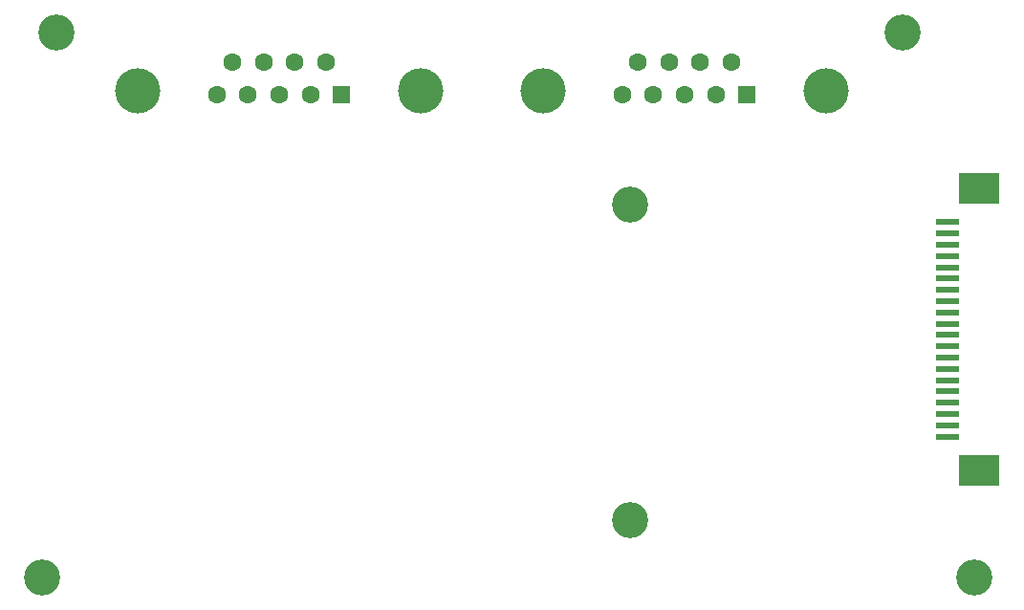
<source format=gts>
G04 #@! TF.GenerationSoftware,KiCad,Pcbnew,8.0.5*
G04 #@! TF.CreationDate,2024-09-14T17:32:50+01:00*
G04 #@! TF.ProjectId,RS232Board,52533233-3242-46f6-9172-642e6b696361,rev?*
G04 #@! TF.SameCoordinates,Original*
G04 #@! TF.FileFunction,Soldermask,Top*
G04 #@! TF.FilePolarity,Negative*
%FSLAX46Y46*%
G04 Gerber Fmt 4.6, Leading zero omitted, Abs format (unit mm)*
G04 Created by KiCad (PCBNEW 8.0.5) date 2024-09-14 17:32:50*
%MOMM*%
%LPD*%
G01*
G04 APERTURE LIST*
%ADD10R,2.000000X0.610000*%
%ADD11R,3.600000X2.680000*%
%ADD12C,3.200000*%
%ADD13C,4.000000*%
%ADD14R,1.600000X1.600000*%
%ADD15C,1.600000*%
G04 APERTURE END LIST*
D10*
X194110000Y-85000000D03*
X194110000Y-84000000D03*
X194110000Y-83000000D03*
X194110000Y-82000000D03*
X194110000Y-81000000D03*
X194110000Y-80000000D03*
X194110000Y-79000000D03*
X194110000Y-78000000D03*
X194110000Y-77000000D03*
X194110000Y-76000000D03*
X194110000Y-75000000D03*
X194110000Y-74000000D03*
X194110000Y-73000000D03*
X194110000Y-72000000D03*
X194110000Y-71000000D03*
X194110000Y-70000000D03*
X194110000Y-69000000D03*
X194110000Y-68000000D03*
X194110000Y-67000000D03*
X194110000Y-66000000D03*
D11*
X196910000Y-87990000D03*
X196910000Y-63010000D03*
D12*
X196520000Y-97460000D03*
X115240000Y-49200000D03*
D13*
X183330000Y-54405331D03*
X158330000Y-54405331D03*
D14*
X176370000Y-54705331D03*
D15*
X173600000Y-54705331D03*
X170830000Y-54705331D03*
X168060000Y-54705331D03*
X165290000Y-54705331D03*
X174985000Y-51865331D03*
X172215000Y-51865331D03*
X169445000Y-51865331D03*
X166675000Y-51865331D03*
D13*
X147435000Y-54405331D03*
X122435000Y-54405331D03*
D14*
X140475000Y-54705331D03*
D15*
X137705000Y-54705331D03*
X134935000Y-54705331D03*
X132165000Y-54705331D03*
X129395000Y-54705331D03*
X139090000Y-51865331D03*
X136320000Y-51865331D03*
X133550000Y-51865331D03*
X130780000Y-51865331D03*
D12*
X113970000Y-97460000D03*
X166040000Y-64440000D03*
X166040000Y-92380000D03*
X190170000Y-49200000D03*
M02*

</source>
